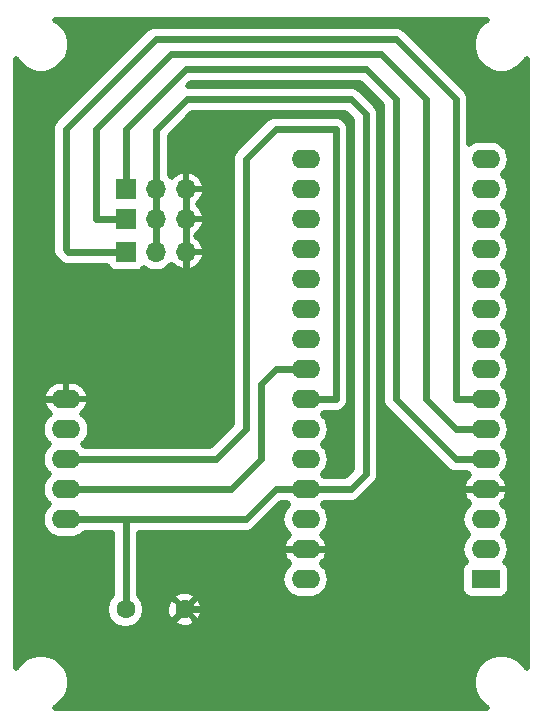
<source format=gbr>
G04 #@! TF.GenerationSoftware,KiCad,Pcbnew,(5.1.2)-2*
G04 #@! TF.CreationDate,2021-05-20T00:09:50+09:00*
G04 #@! TF.ProjectId,PlotClock,506c6f74-436c-46f6-936b-2e6b69636164,1*
G04 #@! TF.SameCoordinates,PX5f5e100PY5f5e100*
G04 #@! TF.FileFunction,Copper,L2,Bot*
G04 #@! TF.FilePolarity,Positive*
%FSLAX46Y46*%
G04 Gerber Fmt 4.6, Leading zero omitted, Abs format (unit mm)*
G04 Created by KiCad (PCBNEW (5.1.2)-2) date 2021-05-20 00:09:50*
%MOMM*%
%LPD*%
G04 APERTURE LIST*
%ADD10O,2.400000X1.600000*%
%ADD11R,2.400000X1.600000*%
%ADD12C,1.600000*%
%ADD13O,1.700000X1.700000*%
%ADD14R,1.700000X1.700000*%
%ADD15C,0.600000*%
%ADD16C,0.500000*%
G04 APERTURE END LIST*
D10*
X25400000Y-12700000D03*
X40640000Y-12700000D03*
X25400000Y-48260000D03*
X40640000Y-15240000D03*
X25400000Y-45720000D03*
X40640000Y-17780000D03*
X25400000Y-43180000D03*
X40640000Y-20320000D03*
X25400000Y-40640000D03*
X40640000Y-22860000D03*
X25400000Y-38100000D03*
X40640000Y-25400000D03*
X25400000Y-35560000D03*
X40640000Y-27940000D03*
X25400000Y-33020000D03*
X40640000Y-30480000D03*
X25400000Y-30480000D03*
X40640000Y-33020000D03*
X25400000Y-27940000D03*
X40640000Y-35560000D03*
X25400000Y-25400000D03*
X40640000Y-38100000D03*
X25400000Y-22860000D03*
X40640000Y-40640000D03*
X25400000Y-20320000D03*
X40640000Y-43180000D03*
X25400000Y-17780000D03*
X40640000Y-45720000D03*
X25400000Y-15240000D03*
D11*
X40640000Y-48260000D03*
D12*
X15160000Y-50800000D03*
X10160000Y-50800000D03*
D10*
X5120000Y-43180000D03*
X5120000Y-40640000D03*
X5120000Y-38100000D03*
X5120000Y-35560000D03*
X5120000Y-33020000D03*
D13*
X15295000Y-15240000D03*
X12755000Y-15240000D03*
D14*
X10215000Y-15240000D03*
D13*
X15295000Y-17780000D03*
X12755000Y-17780000D03*
D14*
X10215000Y-17780000D03*
D13*
X15295000Y-20560000D03*
X12755000Y-20560000D03*
D14*
X10215000Y-20560000D03*
D15*
X25400000Y-45720000D02*
X30480000Y-45720000D01*
X30480000Y-45720000D02*
X35560000Y-40640000D01*
X35560000Y-40640000D02*
X40640000Y-40640000D01*
X15160000Y-50800000D02*
X17780000Y-50800000D01*
X17780000Y-50800000D02*
X22860000Y-45720000D01*
X22860000Y-45720000D02*
X25400000Y-45720000D01*
X12620000Y-53340000D02*
X15160000Y-50800000D01*
X7620000Y-53340000D02*
X12620000Y-53340000D01*
X15295000Y-25345000D02*
X12700000Y-27940000D01*
X15295000Y-15240000D02*
X15295000Y-25345000D01*
X12700000Y-27940000D02*
X5080000Y-27940000D01*
X5080000Y-27940000D02*
X2540000Y-30480000D01*
X2540000Y-48260000D02*
X7620000Y-53340000D01*
X2540000Y-33020000D02*
X5120000Y-33020000D01*
X2540000Y-30480000D02*
X2540000Y-33020000D01*
X2540000Y-33020000D02*
X2540000Y-48260000D01*
X22860000Y-30480000D02*
X25400000Y-30480000D01*
X21590000Y-31750000D02*
X22860000Y-30480000D01*
X21590000Y-38100000D02*
X21590000Y-31750000D01*
X5120000Y-40640000D02*
X19050000Y-40640000D01*
X19050000Y-40640000D02*
X21590000Y-38100000D01*
X15810000Y-38100000D02*
X5120000Y-38100000D01*
X17780000Y-38100000D02*
X15810000Y-38100000D01*
X27940000Y-33020000D02*
X27940000Y-10160000D01*
X27940000Y-10160000D02*
X22860000Y-10160000D01*
X22860000Y-10160000D02*
X20320000Y-12700000D01*
X20320000Y-12700000D02*
X20320000Y-35560000D01*
X25400000Y-33020000D02*
X27940000Y-33020000D01*
X20320000Y-35560000D02*
X17780000Y-38100000D01*
X22860000Y-40640000D02*
X25400000Y-40640000D01*
X12755000Y-15240000D02*
X12755000Y-17780000D01*
X12755000Y-17780000D02*
X12755000Y-20560000D01*
X12755000Y-15240000D02*
X12755000Y-10215000D01*
X12755000Y-10215000D02*
X15350000Y-7620000D01*
X15350000Y-7620000D02*
X29210000Y-7620000D01*
X29210000Y-7620000D02*
X30480000Y-8890000D01*
X30480000Y-8890000D02*
X30480000Y-39370000D01*
X29210000Y-40640000D02*
X25400000Y-40640000D01*
X30480000Y-39370000D02*
X29210000Y-40640000D01*
X22860000Y-40640000D02*
X20320000Y-43180000D01*
X20320000Y-43180000D02*
X5080000Y-43180000D01*
X10160000Y-50800000D02*
X10160000Y-43180000D01*
X38100000Y-38100000D02*
X40640000Y-38100000D01*
X33020000Y-33020000D02*
X38100000Y-38100000D01*
X10215000Y-15240000D02*
X10215000Y-10215000D01*
X10160000Y-10160000D02*
X15240000Y-5080000D01*
X10215000Y-10215000D02*
X10160000Y-10160000D01*
X15240000Y-5080000D02*
X30480000Y-5080000D01*
X30480000Y-5080000D02*
X33020000Y-7620000D01*
X33020000Y-7620000D02*
X33020000Y-33020000D01*
X38100000Y-35560000D02*
X40640000Y-35560000D01*
X35560000Y-33020000D02*
X38100000Y-35560000D01*
X7620000Y-17780000D02*
X7620000Y-10160000D01*
X10215000Y-17780000D02*
X7620000Y-17780000D01*
X13970000Y-3810000D02*
X31750000Y-3810000D01*
X31750000Y-3810000D02*
X35560000Y-7620000D01*
X7620000Y-10160000D02*
X13970000Y-3810000D01*
X35560000Y-7620000D02*
X35560000Y-33020000D01*
X5320000Y-20560000D02*
X10215000Y-20560000D01*
X5080000Y-10160000D02*
X5080000Y-20320000D01*
X5080000Y-20320000D02*
X5320000Y-20560000D01*
X40640000Y-33020000D02*
X38100000Y-33020000D01*
X35560000Y-5080000D02*
X33020000Y-2540000D01*
X33020000Y-2540000D02*
X12700000Y-2540000D01*
X12700000Y-2540000D02*
X5080000Y-10160000D01*
X35560000Y-5080000D02*
X38100000Y-7620000D01*
X38100000Y-7620000D02*
X38100000Y-33020000D01*
D16*
G36*
X40438216Y-1096960D02*
G01*
X40096960Y-1438216D01*
X39828838Y-1839490D01*
X39644152Y-2285361D01*
X39550000Y-2758696D01*
X39550000Y-3241304D01*
X39644152Y-3714639D01*
X39828838Y-4160510D01*
X40096960Y-4561784D01*
X40438216Y-4903040D01*
X40839490Y-5171162D01*
X41285361Y-5355848D01*
X41758696Y-5450000D01*
X42241304Y-5450000D01*
X42714639Y-5355848D01*
X43160510Y-5171162D01*
X43561784Y-4903040D01*
X43903040Y-4561784D01*
X44125001Y-4229595D01*
X44125000Y-55770404D01*
X43903040Y-55438216D01*
X43561784Y-55096960D01*
X43160510Y-54828838D01*
X42714639Y-54644152D01*
X42241304Y-54550000D01*
X41758696Y-54550000D01*
X41285361Y-54644152D01*
X40839490Y-54828838D01*
X40438216Y-55096960D01*
X40096960Y-55438216D01*
X39828838Y-55839490D01*
X39644152Y-56285361D01*
X39550000Y-56758696D01*
X39550000Y-57241304D01*
X39644152Y-57714639D01*
X39828838Y-58160510D01*
X40096960Y-58561784D01*
X40438216Y-58903040D01*
X40770404Y-59125000D01*
X4229596Y-59125000D01*
X4561784Y-58903040D01*
X4903040Y-58561784D01*
X5171162Y-58160510D01*
X5355848Y-57714639D01*
X5450000Y-57241304D01*
X5450000Y-56758696D01*
X5355848Y-56285361D01*
X5171162Y-55839490D01*
X4903040Y-55438216D01*
X4561784Y-55096960D01*
X4160510Y-54828838D01*
X3714639Y-54644152D01*
X3241304Y-54550000D01*
X2758696Y-54550000D01*
X2285361Y-54644152D01*
X1839490Y-54828838D01*
X1438216Y-55096960D01*
X1096960Y-55438216D01*
X875000Y-55770404D01*
X875000Y-35560000D01*
X3062017Y-35560000D01*
X3093875Y-35883456D01*
X3188223Y-36194483D01*
X3341438Y-36481126D01*
X3547629Y-36732371D01*
X3666591Y-36830000D01*
X3547629Y-36927629D01*
X3341438Y-37178874D01*
X3188223Y-37465517D01*
X3093875Y-37776544D01*
X3062017Y-38100000D01*
X3093875Y-38423456D01*
X3188223Y-38734483D01*
X3341438Y-39021126D01*
X3547629Y-39272371D01*
X3666591Y-39370000D01*
X3547629Y-39467629D01*
X3341438Y-39718874D01*
X3188223Y-40005517D01*
X3093875Y-40316544D01*
X3062017Y-40640000D01*
X3093875Y-40963456D01*
X3188223Y-41274483D01*
X3341438Y-41561126D01*
X3547629Y-41812371D01*
X3666591Y-41910000D01*
X3547629Y-42007629D01*
X3341438Y-42258874D01*
X3188223Y-42545517D01*
X3093875Y-42856544D01*
X3062017Y-43180000D01*
X3093875Y-43503456D01*
X3188223Y-43814483D01*
X3341438Y-44101126D01*
X3547629Y-44352371D01*
X3798874Y-44558562D01*
X4085517Y-44711777D01*
X4396544Y-44806125D01*
X4638948Y-44830000D01*
X5601052Y-44830000D01*
X5843456Y-44806125D01*
X6154483Y-44711777D01*
X6441126Y-44558562D01*
X6692371Y-44352371D01*
X6710730Y-44330000D01*
X9010001Y-44330000D01*
X9010000Y-49616547D01*
X8878361Y-49748186D01*
X8697789Y-50018432D01*
X8573408Y-50318713D01*
X8510000Y-50637489D01*
X8510000Y-50962511D01*
X8573408Y-51281287D01*
X8697789Y-51581568D01*
X8878361Y-51851814D01*
X9108186Y-52081639D01*
X9378432Y-52262211D01*
X9678713Y-52386592D01*
X9997489Y-52450000D01*
X10322511Y-52450000D01*
X10641287Y-52386592D01*
X10941568Y-52262211D01*
X11211814Y-52081639D01*
X11441639Y-51851814D01*
X11492409Y-51775830D01*
X14189827Y-51775830D01*
X14243039Y-52068894D01*
X14508207Y-52223402D01*
X14798423Y-52323211D01*
X15102534Y-52364483D01*
X15408854Y-52345633D01*
X15705611Y-52267385D01*
X15981399Y-52132746D01*
X16076961Y-52068894D01*
X16130173Y-51775830D01*
X15160000Y-50805657D01*
X14189827Y-51775830D01*
X11492409Y-51775830D01*
X11622211Y-51581568D01*
X11746592Y-51281287D01*
X11810000Y-50962511D01*
X11810000Y-50742534D01*
X13595517Y-50742534D01*
X13614367Y-51048854D01*
X13692615Y-51345611D01*
X13827254Y-51621399D01*
X13891106Y-51716961D01*
X14184170Y-51770173D01*
X15154343Y-50800000D01*
X15165657Y-50800000D01*
X16135830Y-51770173D01*
X16428894Y-51716961D01*
X16583402Y-51451793D01*
X16683211Y-51161577D01*
X16724483Y-50857466D01*
X16705633Y-50551146D01*
X16627385Y-50254389D01*
X16492746Y-49978601D01*
X16428894Y-49883039D01*
X16135830Y-49829827D01*
X15165657Y-50800000D01*
X15154343Y-50800000D01*
X14184170Y-49829827D01*
X13891106Y-49883039D01*
X13736598Y-50148207D01*
X13636789Y-50438423D01*
X13595517Y-50742534D01*
X11810000Y-50742534D01*
X11810000Y-50637489D01*
X11746592Y-50318713D01*
X11622211Y-50018432D01*
X11492410Y-49824170D01*
X14189827Y-49824170D01*
X15160000Y-50794343D01*
X16130173Y-49824170D01*
X16076961Y-49531106D01*
X15811793Y-49376598D01*
X15521577Y-49276789D01*
X15217466Y-49235517D01*
X14911146Y-49254367D01*
X14614389Y-49332615D01*
X14338601Y-49467254D01*
X14243039Y-49531106D01*
X14189827Y-49824170D01*
X11492410Y-49824170D01*
X11441639Y-49748186D01*
X11310000Y-49616547D01*
X11310000Y-48260000D01*
X23342017Y-48260000D01*
X23373875Y-48583456D01*
X23468223Y-48894483D01*
X23621438Y-49181126D01*
X23827629Y-49432371D01*
X24078874Y-49638562D01*
X24365517Y-49791777D01*
X24676544Y-49886125D01*
X24918948Y-49910000D01*
X25881052Y-49910000D01*
X26123456Y-49886125D01*
X26434483Y-49791777D01*
X26721126Y-49638562D01*
X26972371Y-49432371D01*
X27178562Y-49181126D01*
X27331777Y-48894483D01*
X27426125Y-48583456D01*
X27457983Y-48260000D01*
X27426125Y-47936544D01*
X27331777Y-47625517D01*
X27178562Y-47338874D01*
X26972371Y-47087629D01*
X26775017Y-46925665D01*
X26904500Y-46818844D01*
X27097651Y-46582253D01*
X27240934Y-46312526D01*
X27328843Y-46020029D01*
X27338188Y-45967675D01*
X27168494Y-45724000D01*
X25404000Y-45724000D01*
X25404000Y-45744000D01*
X25396000Y-45744000D01*
X25396000Y-45724000D01*
X23631506Y-45724000D01*
X23461812Y-45967675D01*
X23471157Y-46020029D01*
X23559066Y-46312526D01*
X23702349Y-46582253D01*
X23895500Y-46818844D01*
X24024983Y-46925665D01*
X23827629Y-47087629D01*
X23621438Y-47338874D01*
X23468223Y-47625517D01*
X23373875Y-47936544D01*
X23342017Y-48260000D01*
X11310000Y-48260000D01*
X11310000Y-44330000D01*
X20263518Y-44330000D01*
X20320000Y-44335563D01*
X20376482Y-44330000D01*
X20376492Y-44330000D01*
X20545439Y-44313360D01*
X20762215Y-44247602D01*
X20961997Y-44140816D01*
X21137107Y-43997107D01*
X21173124Y-43953220D01*
X23336346Y-41790000D01*
X23809270Y-41790000D01*
X23827629Y-41812371D01*
X23946591Y-41910000D01*
X23827629Y-42007629D01*
X23621438Y-42258874D01*
X23468223Y-42545517D01*
X23373875Y-42856544D01*
X23342017Y-43180000D01*
X23373875Y-43503456D01*
X23468223Y-43814483D01*
X23621438Y-44101126D01*
X23827629Y-44352371D01*
X24024983Y-44514335D01*
X23895500Y-44621156D01*
X23702349Y-44857747D01*
X23559066Y-45127474D01*
X23471157Y-45419971D01*
X23461812Y-45472325D01*
X23631506Y-45716000D01*
X25396000Y-45716000D01*
X25396000Y-45696000D01*
X25404000Y-45696000D01*
X25404000Y-45716000D01*
X27168494Y-45716000D01*
X27338188Y-45472325D01*
X27328843Y-45419971D01*
X27240934Y-45127474D01*
X27097651Y-44857747D01*
X26904500Y-44621156D01*
X26775017Y-44514335D01*
X26972371Y-44352371D01*
X27178562Y-44101126D01*
X27331777Y-43814483D01*
X27426125Y-43503456D01*
X27457983Y-43180000D01*
X38582017Y-43180000D01*
X38613875Y-43503456D01*
X38708223Y-43814483D01*
X38861438Y-44101126D01*
X39067629Y-44352371D01*
X39186591Y-44450000D01*
X39067629Y-44547629D01*
X38861438Y-44798874D01*
X38708223Y-45085517D01*
X38613875Y-45396544D01*
X38582017Y-45720000D01*
X38613875Y-46043456D01*
X38708223Y-46354483D01*
X38861438Y-46641126D01*
X38956619Y-46757105D01*
X38836052Y-46856052D01*
X38729832Y-46985481D01*
X38650903Y-47133145D01*
X38602300Y-47293371D01*
X38585888Y-47460000D01*
X38585888Y-49060000D01*
X38602300Y-49226629D01*
X38650903Y-49386855D01*
X38729832Y-49534519D01*
X38836052Y-49663948D01*
X38965481Y-49770168D01*
X39113145Y-49849097D01*
X39273371Y-49897700D01*
X39440000Y-49914112D01*
X41840000Y-49914112D01*
X42006629Y-49897700D01*
X42166855Y-49849097D01*
X42314519Y-49770168D01*
X42443948Y-49663948D01*
X42550168Y-49534519D01*
X42629097Y-49386855D01*
X42677700Y-49226629D01*
X42694112Y-49060000D01*
X42694112Y-47460000D01*
X42677700Y-47293371D01*
X42629097Y-47133145D01*
X42550168Y-46985481D01*
X42443948Y-46856052D01*
X42323381Y-46757105D01*
X42418562Y-46641126D01*
X42571777Y-46354483D01*
X42666125Y-46043456D01*
X42697983Y-45720000D01*
X42666125Y-45396544D01*
X42571777Y-45085517D01*
X42418562Y-44798874D01*
X42212371Y-44547629D01*
X42093409Y-44450000D01*
X42212371Y-44352371D01*
X42418562Y-44101126D01*
X42571777Y-43814483D01*
X42666125Y-43503456D01*
X42697983Y-43180000D01*
X42666125Y-42856544D01*
X42571777Y-42545517D01*
X42418562Y-42258874D01*
X42212371Y-42007629D01*
X42015017Y-41845665D01*
X42144500Y-41738844D01*
X42337651Y-41502253D01*
X42480934Y-41232526D01*
X42568843Y-40940029D01*
X42578188Y-40887675D01*
X42408494Y-40644000D01*
X40644000Y-40644000D01*
X40644000Y-40664000D01*
X40636000Y-40664000D01*
X40636000Y-40644000D01*
X38871506Y-40644000D01*
X38701812Y-40887675D01*
X38711157Y-40940029D01*
X38799066Y-41232526D01*
X38942349Y-41502253D01*
X39135500Y-41738844D01*
X39264983Y-41845665D01*
X39067629Y-42007629D01*
X38861438Y-42258874D01*
X38708223Y-42545517D01*
X38613875Y-42856544D01*
X38582017Y-43180000D01*
X27457983Y-43180000D01*
X27426125Y-42856544D01*
X27331777Y-42545517D01*
X27178562Y-42258874D01*
X26972371Y-42007629D01*
X26853409Y-41910000D01*
X26972371Y-41812371D01*
X26990730Y-41790000D01*
X29153518Y-41790000D01*
X29210000Y-41795563D01*
X29266482Y-41790000D01*
X29266492Y-41790000D01*
X29435439Y-41773360D01*
X29652215Y-41707602D01*
X29851997Y-41600816D01*
X30027107Y-41457107D01*
X30063124Y-41413220D01*
X31253230Y-40223116D01*
X31297107Y-40187107D01*
X31440816Y-40011997D01*
X31547602Y-39812215D01*
X31613360Y-39595439D01*
X31630000Y-39426492D01*
X31630000Y-39426483D01*
X31635563Y-39370001D01*
X31630000Y-39313519D01*
X31630000Y-8946481D01*
X31635563Y-8889999D01*
X31630000Y-8833517D01*
X31630000Y-8833508D01*
X31613360Y-8664561D01*
X31547602Y-8447785D01*
X31440816Y-8248003D01*
X31297107Y-8072893D01*
X31253231Y-8036885D01*
X30063124Y-6846780D01*
X30027107Y-6802893D01*
X29851997Y-6659184D01*
X29652215Y-6552398D01*
X29435439Y-6486640D01*
X29266492Y-6470000D01*
X29266482Y-6470000D01*
X29210000Y-6464437D01*
X29153518Y-6470000D01*
X15476345Y-6470000D01*
X15716345Y-6230000D01*
X30003656Y-6230000D01*
X31870000Y-8096346D01*
X31870001Y-32963508D01*
X31864437Y-33020000D01*
X31870001Y-33076491D01*
X31870001Y-33076492D01*
X31886641Y-33245439D01*
X31952399Y-33462215D01*
X32059185Y-33661997D01*
X32202894Y-33837107D01*
X32246776Y-33873120D01*
X37246880Y-38873225D01*
X37282893Y-38917107D01*
X37326773Y-38953118D01*
X37458002Y-39060816D01*
X37497635Y-39082000D01*
X37657785Y-39167602D01*
X37808802Y-39213412D01*
X37874560Y-39233360D01*
X37894164Y-39235291D01*
X38043508Y-39250000D01*
X38043516Y-39250000D01*
X38100000Y-39255563D01*
X38156484Y-39250000D01*
X39049270Y-39250000D01*
X39067629Y-39272371D01*
X39264983Y-39434335D01*
X39135500Y-39541156D01*
X38942349Y-39777747D01*
X38799066Y-40047474D01*
X38711157Y-40339971D01*
X38701812Y-40392325D01*
X38871506Y-40636000D01*
X40636000Y-40636000D01*
X40636000Y-40616000D01*
X40644000Y-40616000D01*
X40644000Y-40636000D01*
X42408494Y-40636000D01*
X42578188Y-40392325D01*
X42568843Y-40339971D01*
X42480934Y-40047474D01*
X42337651Y-39777747D01*
X42144500Y-39541156D01*
X42015017Y-39434335D01*
X42212371Y-39272371D01*
X42418562Y-39021126D01*
X42571777Y-38734483D01*
X42666125Y-38423456D01*
X42697983Y-38100000D01*
X42666125Y-37776544D01*
X42571777Y-37465517D01*
X42418562Y-37178874D01*
X42212371Y-36927629D01*
X42093409Y-36830000D01*
X42212371Y-36732371D01*
X42418562Y-36481126D01*
X42571777Y-36194483D01*
X42666125Y-35883456D01*
X42697983Y-35560000D01*
X42666125Y-35236544D01*
X42571777Y-34925517D01*
X42418562Y-34638874D01*
X42212371Y-34387629D01*
X42093409Y-34290000D01*
X42212371Y-34192371D01*
X42418562Y-33941126D01*
X42571777Y-33654483D01*
X42666125Y-33343456D01*
X42697983Y-33020000D01*
X42666125Y-32696544D01*
X42571777Y-32385517D01*
X42418562Y-32098874D01*
X42212371Y-31847629D01*
X42093409Y-31750000D01*
X42212371Y-31652371D01*
X42418562Y-31401126D01*
X42571777Y-31114483D01*
X42666125Y-30803456D01*
X42697983Y-30480000D01*
X42666125Y-30156544D01*
X42571777Y-29845517D01*
X42418562Y-29558874D01*
X42212371Y-29307629D01*
X42093409Y-29210000D01*
X42212371Y-29112371D01*
X42418562Y-28861126D01*
X42571777Y-28574483D01*
X42666125Y-28263456D01*
X42697983Y-27940000D01*
X42666125Y-27616544D01*
X42571777Y-27305517D01*
X42418562Y-27018874D01*
X42212371Y-26767629D01*
X42093409Y-26670000D01*
X42212371Y-26572371D01*
X42418562Y-26321126D01*
X42571777Y-26034483D01*
X42666125Y-25723456D01*
X42697983Y-25400000D01*
X42666125Y-25076544D01*
X42571777Y-24765517D01*
X42418562Y-24478874D01*
X42212371Y-24227629D01*
X42093409Y-24130000D01*
X42212371Y-24032371D01*
X42418562Y-23781126D01*
X42571777Y-23494483D01*
X42666125Y-23183456D01*
X42697983Y-22860000D01*
X42666125Y-22536544D01*
X42571777Y-22225517D01*
X42418562Y-21938874D01*
X42212371Y-21687629D01*
X42093409Y-21590000D01*
X42212371Y-21492371D01*
X42418562Y-21241126D01*
X42571777Y-20954483D01*
X42666125Y-20643456D01*
X42697983Y-20320000D01*
X42666125Y-19996544D01*
X42571777Y-19685517D01*
X42418562Y-19398874D01*
X42212371Y-19147629D01*
X42093409Y-19050000D01*
X42212371Y-18952371D01*
X42418562Y-18701126D01*
X42571777Y-18414483D01*
X42666125Y-18103456D01*
X42697983Y-17780000D01*
X42666125Y-17456544D01*
X42571777Y-17145517D01*
X42418562Y-16858874D01*
X42212371Y-16607629D01*
X42093409Y-16510000D01*
X42212371Y-16412371D01*
X42418562Y-16161126D01*
X42571777Y-15874483D01*
X42666125Y-15563456D01*
X42697983Y-15240000D01*
X42666125Y-14916544D01*
X42571777Y-14605517D01*
X42418562Y-14318874D01*
X42212371Y-14067629D01*
X42093409Y-13970000D01*
X42212371Y-13872371D01*
X42418562Y-13621126D01*
X42571777Y-13334483D01*
X42666125Y-13023456D01*
X42697983Y-12700000D01*
X42666125Y-12376544D01*
X42571777Y-12065517D01*
X42418562Y-11778874D01*
X42212371Y-11527629D01*
X41961126Y-11321438D01*
X41674483Y-11168223D01*
X41363456Y-11073875D01*
X41121052Y-11050000D01*
X40158948Y-11050000D01*
X39916544Y-11073875D01*
X39605517Y-11168223D01*
X39318874Y-11321438D01*
X39250000Y-11377961D01*
X39250000Y-7676481D01*
X39255563Y-7619999D01*
X39250000Y-7563517D01*
X39250000Y-7563508D01*
X39233360Y-7394561D01*
X39167602Y-7177785D01*
X39060816Y-6978003D01*
X39030183Y-6940676D01*
X38953118Y-6846772D01*
X38953115Y-6846769D01*
X38917107Y-6802893D01*
X38873231Y-6766885D01*
X36413127Y-4306783D01*
X36413118Y-4306772D01*
X33873124Y-1766780D01*
X33837107Y-1722893D01*
X33661997Y-1579184D01*
X33462215Y-1472398D01*
X33245439Y-1406640D01*
X33076492Y-1390000D01*
X33076482Y-1390000D01*
X33020000Y-1384437D01*
X32963518Y-1390000D01*
X12756481Y-1390000D01*
X12699999Y-1384437D01*
X12643517Y-1390000D01*
X12643508Y-1390000D01*
X12474561Y-1406640D01*
X12257785Y-1472398D01*
X12058003Y-1579184D01*
X12058001Y-1579185D01*
X12058002Y-1579185D01*
X11926772Y-1686882D01*
X11926769Y-1686885D01*
X11882893Y-1722893D01*
X11846884Y-1766770D01*
X4306781Y-9306875D01*
X4262893Y-9342893D01*
X4119184Y-9518004D01*
X4012398Y-9717786D01*
X3946640Y-9934562D01*
X3930000Y-10103509D01*
X3930000Y-10103518D01*
X3924437Y-10160000D01*
X3930000Y-10216482D01*
X3930001Y-20263508D01*
X3924437Y-20320000D01*
X3930001Y-20376492D01*
X3946641Y-20545439D01*
X4012399Y-20762215D01*
X4119185Y-20961997D01*
X4262894Y-21137107D01*
X4306775Y-21173119D01*
X4466879Y-21333224D01*
X4502893Y-21377107D01*
X4678003Y-21520816D01*
X4877785Y-21627602D01*
X5094561Y-21693360D01*
X5263508Y-21710000D01*
X5263517Y-21710000D01*
X5319999Y-21715563D01*
X5376481Y-21710000D01*
X8567757Y-21710000D01*
X8575903Y-21736855D01*
X8654832Y-21884519D01*
X8761052Y-22013948D01*
X8890481Y-22120168D01*
X9038145Y-22199097D01*
X9198371Y-22247700D01*
X9365000Y-22264112D01*
X11065000Y-22264112D01*
X11231629Y-22247700D01*
X11391855Y-22199097D01*
X11539519Y-22120168D01*
X11668948Y-22013948D01*
X11740572Y-21926674D01*
X11805961Y-21980337D01*
X12101291Y-22138194D01*
X12421742Y-22235402D01*
X12671490Y-22260000D01*
X12838510Y-22260000D01*
X13088258Y-22235402D01*
X13408709Y-22138194D01*
X13704039Y-21980337D01*
X13962897Y-21767897D01*
X14087618Y-21615924D01*
X14116929Y-21654446D01*
X14353081Y-21863247D01*
X14625431Y-22021965D01*
X14923512Y-22124500D01*
X15039503Y-22147572D01*
X15291000Y-21978494D01*
X15291000Y-20564000D01*
X15299000Y-20564000D01*
X15299000Y-21978494D01*
X15550497Y-22147572D01*
X15666488Y-22124500D01*
X15964569Y-22021965D01*
X16236919Y-21863247D01*
X16473071Y-21654446D01*
X16663950Y-21403586D01*
X16802222Y-21120308D01*
X16882572Y-20815497D01*
X16713495Y-20564000D01*
X15299000Y-20564000D01*
X15291000Y-20564000D01*
X15271000Y-20564000D01*
X15271000Y-20556000D01*
X15291000Y-20556000D01*
X15291000Y-17784000D01*
X15299000Y-17784000D01*
X15299000Y-20556000D01*
X16713495Y-20556000D01*
X16882572Y-20304503D01*
X16802222Y-19999692D01*
X16663950Y-19716414D01*
X16473071Y-19465554D01*
X16236919Y-19256753D01*
X16088056Y-19170000D01*
X16236919Y-19083247D01*
X16473071Y-18874446D01*
X16663950Y-18623586D01*
X16802222Y-18340308D01*
X16882572Y-18035497D01*
X16713495Y-17784000D01*
X15299000Y-17784000D01*
X15291000Y-17784000D01*
X15271000Y-17784000D01*
X15271000Y-17776000D01*
X15291000Y-17776000D01*
X15291000Y-15244000D01*
X15299000Y-15244000D01*
X15299000Y-17776000D01*
X16713495Y-17776000D01*
X16882572Y-17524503D01*
X16802222Y-17219692D01*
X16663950Y-16936414D01*
X16473071Y-16685554D01*
X16274521Y-16510000D01*
X16473071Y-16334446D01*
X16663950Y-16083586D01*
X16802222Y-15800308D01*
X16882572Y-15495497D01*
X16713495Y-15244000D01*
X15299000Y-15244000D01*
X15291000Y-15244000D01*
X15271000Y-15244000D01*
X15271000Y-15236000D01*
X15291000Y-15236000D01*
X15291000Y-13821506D01*
X15299000Y-13821506D01*
X15299000Y-15236000D01*
X16713495Y-15236000D01*
X16882572Y-14984503D01*
X16802222Y-14679692D01*
X16663950Y-14396414D01*
X16473071Y-14145554D01*
X16236919Y-13936753D01*
X15964569Y-13778035D01*
X15666488Y-13675500D01*
X15550497Y-13652428D01*
X15299000Y-13821506D01*
X15291000Y-13821506D01*
X15039503Y-13652428D01*
X14923512Y-13675500D01*
X14625431Y-13778035D01*
X14353081Y-13936753D01*
X14116929Y-14145554D01*
X14087618Y-14184076D01*
X13962897Y-14032103D01*
X13905000Y-13984588D01*
X13905000Y-10691344D01*
X15826346Y-8770000D01*
X28733655Y-8770000D01*
X29330000Y-9366345D01*
X29330001Y-38893654D01*
X28733655Y-39490000D01*
X26990730Y-39490000D01*
X26972371Y-39467629D01*
X26853409Y-39370000D01*
X26972371Y-39272371D01*
X27178562Y-39021126D01*
X27331777Y-38734483D01*
X27426125Y-38423456D01*
X27457983Y-38100000D01*
X27426125Y-37776544D01*
X27331777Y-37465517D01*
X27178562Y-37178874D01*
X26972371Y-36927629D01*
X26853409Y-36830000D01*
X26972371Y-36732371D01*
X27178562Y-36481126D01*
X27331777Y-36194483D01*
X27426125Y-35883456D01*
X27457983Y-35560000D01*
X27426125Y-35236544D01*
X27331777Y-34925517D01*
X27178562Y-34638874D01*
X26972371Y-34387629D01*
X26853409Y-34290000D01*
X26972371Y-34192371D01*
X26990730Y-34170000D01*
X27883508Y-34170000D01*
X27940000Y-34175564D01*
X27996491Y-34170000D01*
X27996492Y-34170000D01*
X28165439Y-34153360D01*
X28382215Y-34087602D01*
X28581997Y-33980816D01*
X28757107Y-33837107D01*
X28900816Y-33661997D01*
X29007602Y-33462215D01*
X29073360Y-33245439D01*
X29095564Y-33020000D01*
X29090000Y-32963508D01*
X29090000Y-10216492D01*
X29095564Y-10160000D01*
X29073360Y-9934561D01*
X29007602Y-9717785D01*
X28900816Y-9518003D01*
X28757107Y-9342893D01*
X28581997Y-9199184D01*
X28382215Y-9092398D01*
X28165439Y-9026640D01*
X27996492Y-9010000D01*
X27940000Y-9004436D01*
X27883509Y-9010000D01*
X22916481Y-9010000D01*
X22859999Y-9004437D01*
X22803517Y-9010000D01*
X22803508Y-9010000D01*
X22634561Y-9026640D01*
X22417785Y-9092398D01*
X22218003Y-9199184D01*
X22218001Y-9199185D01*
X22218002Y-9199185D01*
X22086772Y-9306882D01*
X22086769Y-9306885D01*
X22042893Y-9342893D01*
X22006884Y-9386770D01*
X19546780Y-11846876D01*
X19502893Y-11882893D01*
X19359184Y-12058004D01*
X19252398Y-12257786D01*
X19186640Y-12474562D01*
X19170000Y-12643509D01*
X19170000Y-12643518D01*
X19164437Y-12700000D01*
X19170000Y-12756482D01*
X19170001Y-35083653D01*
X17303656Y-36950000D01*
X6710730Y-36950000D01*
X6692371Y-36927629D01*
X6573409Y-36830000D01*
X6692371Y-36732371D01*
X6898562Y-36481126D01*
X7051777Y-36194483D01*
X7146125Y-35883456D01*
X7177983Y-35560000D01*
X7146125Y-35236544D01*
X7051777Y-34925517D01*
X6898562Y-34638874D01*
X6692371Y-34387629D01*
X6495017Y-34225665D01*
X6624500Y-34118844D01*
X6817651Y-33882253D01*
X6960934Y-33612526D01*
X7048843Y-33320029D01*
X7058188Y-33267675D01*
X6888494Y-33024000D01*
X5124000Y-33024000D01*
X5124000Y-33044000D01*
X5116000Y-33044000D01*
X5116000Y-33024000D01*
X3351506Y-33024000D01*
X3181812Y-33267675D01*
X3191157Y-33320029D01*
X3279066Y-33612526D01*
X3422349Y-33882253D01*
X3615500Y-34118844D01*
X3744983Y-34225665D01*
X3547629Y-34387629D01*
X3341438Y-34638874D01*
X3188223Y-34925517D01*
X3093875Y-35236544D01*
X3062017Y-35560000D01*
X875000Y-35560000D01*
X875000Y-32772325D01*
X3181812Y-32772325D01*
X3351506Y-33016000D01*
X5116000Y-33016000D01*
X5116000Y-31462000D01*
X5124000Y-31462000D01*
X5124000Y-33016000D01*
X6888494Y-33016000D01*
X7058188Y-32772325D01*
X7048843Y-32719971D01*
X6960934Y-32427474D01*
X6817651Y-32157747D01*
X6624500Y-31921156D01*
X6388904Y-31726793D01*
X6119916Y-31582127D01*
X5827874Y-31492717D01*
X5524000Y-31462000D01*
X5124000Y-31462000D01*
X5116000Y-31462000D01*
X4716000Y-31462000D01*
X4412126Y-31492717D01*
X4120084Y-31582127D01*
X3851096Y-31726793D01*
X3615500Y-31921156D01*
X3422349Y-32157747D01*
X3279066Y-32427474D01*
X3191157Y-32719971D01*
X3181812Y-32772325D01*
X875000Y-32772325D01*
X875000Y-4229596D01*
X1096960Y-4561784D01*
X1438216Y-4903040D01*
X1839490Y-5171162D01*
X2285361Y-5355848D01*
X2758696Y-5450000D01*
X3241304Y-5450000D01*
X3714639Y-5355848D01*
X4160510Y-5171162D01*
X4561784Y-4903040D01*
X4903040Y-4561784D01*
X5171162Y-4160510D01*
X5355848Y-3714639D01*
X5450000Y-3241304D01*
X5450000Y-2758696D01*
X5355848Y-2285361D01*
X5171162Y-1839490D01*
X4903040Y-1438216D01*
X4561784Y-1096960D01*
X4229596Y-875000D01*
X40770404Y-875000D01*
X40438216Y-1096960D01*
X40438216Y-1096960D01*
G37*
X40438216Y-1096960D02*
X40096960Y-1438216D01*
X39828838Y-1839490D01*
X39644152Y-2285361D01*
X39550000Y-2758696D01*
X39550000Y-3241304D01*
X39644152Y-3714639D01*
X39828838Y-4160510D01*
X40096960Y-4561784D01*
X40438216Y-4903040D01*
X40839490Y-5171162D01*
X41285361Y-5355848D01*
X41758696Y-5450000D01*
X42241304Y-5450000D01*
X42714639Y-5355848D01*
X43160510Y-5171162D01*
X43561784Y-4903040D01*
X43903040Y-4561784D01*
X44125001Y-4229595D01*
X44125000Y-55770404D01*
X43903040Y-55438216D01*
X43561784Y-55096960D01*
X43160510Y-54828838D01*
X42714639Y-54644152D01*
X42241304Y-54550000D01*
X41758696Y-54550000D01*
X41285361Y-54644152D01*
X40839490Y-54828838D01*
X40438216Y-55096960D01*
X40096960Y-55438216D01*
X39828838Y-55839490D01*
X39644152Y-56285361D01*
X39550000Y-56758696D01*
X39550000Y-57241304D01*
X39644152Y-57714639D01*
X39828838Y-58160510D01*
X40096960Y-58561784D01*
X40438216Y-58903040D01*
X40770404Y-59125000D01*
X4229596Y-59125000D01*
X4561784Y-58903040D01*
X4903040Y-58561784D01*
X5171162Y-58160510D01*
X5355848Y-57714639D01*
X5450000Y-57241304D01*
X5450000Y-56758696D01*
X5355848Y-56285361D01*
X5171162Y-55839490D01*
X4903040Y-55438216D01*
X4561784Y-55096960D01*
X4160510Y-54828838D01*
X3714639Y-54644152D01*
X3241304Y-54550000D01*
X2758696Y-54550000D01*
X2285361Y-54644152D01*
X1839490Y-54828838D01*
X1438216Y-55096960D01*
X1096960Y-55438216D01*
X875000Y-55770404D01*
X875000Y-35560000D01*
X3062017Y-35560000D01*
X3093875Y-35883456D01*
X3188223Y-36194483D01*
X3341438Y-36481126D01*
X3547629Y-36732371D01*
X3666591Y-36830000D01*
X3547629Y-36927629D01*
X3341438Y-37178874D01*
X3188223Y-37465517D01*
X3093875Y-37776544D01*
X3062017Y-38100000D01*
X3093875Y-38423456D01*
X3188223Y-38734483D01*
X3341438Y-39021126D01*
X3547629Y-39272371D01*
X3666591Y-39370000D01*
X3547629Y-39467629D01*
X3341438Y-39718874D01*
X3188223Y-40005517D01*
X3093875Y-40316544D01*
X3062017Y-40640000D01*
X3093875Y-40963456D01*
X3188223Y-41274483D01*
X3341438Y-41561126D01*
X3547629Y-41812371D01*
X3666591Y-41910000D01*
X3547629Y-42007629D01*
X3341438Y-42258874D01*
X3188223Y-42545517D01*
X3093875Y-42856544D01*
X3062017Y-43180000D01*
X3093875Y-43503456D01*
X3188223Y-43814483D01*
X3341438Y-44101126D01*
X3547629Y-44352371D01*
X3798874Y-44558562D01*
X4085517Y-44711777D01*
X4396544Y-44806125D01*
X4638948Y-44830000D01*
X5601052Y-44830000D01*
X5843456Y-44806125D01*
X6154483Y-44711777D01*
X6441126Y-44558562D01*
X6692371Y-44352371D01*
X6710730Y-44330000D01*
X9010001Y-44330000D01*
X9010000Y-49616547D01*
X8878361Y-49748186D01*
X8697789Y-50018432D01*
X8573408Y-50318713D01*
X8510000Y-50637489D01*
X8510000Y-50962511D01*
X8573408Y-51281287D01*
X8697789Y-51581568D01*
X8878361Y-51851814D01*
X9108186Y-52081639D01*
X9378432Y-52262211D01*
X9678713Y-52386592D01*
X9997489Y-52450000D01*
X10322511Y-52450000D01*
X10641287Y-52386592D01*
X10941568Y-52262211D01*
X11211814Y-52081639D01*
X11441639Y-51851814D01*
X11492409Y-51775830D01*
X14189827Y-51775830D01*
X14243039Y-52068894D01*
X14508207Y-52223402D01*
X14798423Y-52323211D01*
X15102534Y-52364483D01*
X15408854Y-52345633D01*
X15705611Y-52267385D01*
X15981399Y-52132746D01*
X16076961Y-52068894D01*
X16130173Y-51775830D01*
X15160000Y-50805657D01*
X14189827Y-51775830D01*
X11492409Y-51775830D01*
X11622211Y-51581568D01*
X11746592Y-51281287D01*
X11810000Y-50962511D01*
X11810000Y-50742534D01*
X13595517Y-50742534D01*
X13614367Y-51048854D01*
X13692615Y-51345611D01*
X13827254Y-51621399D01*
X13891106Y-51716961D01*
X14184170Y-51770173D01*
X15154343Y-50800000D01*
X15165657Y-50800000D01*
X16135830Y-51770173D01*
X16428894Y-51716961D01*
X16583402Y-51451793D01*
X16683211Y-51161577D01*
X16724483Y-50857466D01*
X16705633Y-50551146D01*
X16627385Y-50254389D01*
X16492746Y-49978601D01*
X16428894Y-49883039D01*
X16135830Y-49829827D01*
X15165657Y-50800000D01*
X15154343Y-50800000D01*
X14184170Y-49829827D01*
X13891106Y-49883039D01*
X13736598Y-50148207D01*
X13636789Y-50438423D01*
X13595517Y-50742534D01*
X11810000Y-50742534D01*
X11810000Y-50637489D01*
X11746592Y-50318713D01*
X11622211Y-50018432D01*
X11492410Y-49824170D01*
X14189827Y-49824170D01*
X15160000Y-50794343D01*
X16130173Y-49824170D01*
X16076961Y-49531106D01*
X15811793Y-49376598D01*
X15521577Y-49276789D01*
X15217466Y-49235517D01*
X14911146Y-49254367D01*
X14614389Y-49332615D01*
X14338601Y-49467254D01*
X14243039Y-49531106D01*
X14189827Y-49824170D01*
X11492410Y-49824170D01*
X11441639Y-49748186D01*
X11310000Y-49616547D01*
X11310000Y-48260000D01*
X23342017Y-48260000D01*
X23373875Y-48583456D01*
X23468223Y-48894483D01*
X23621438Y-49181126D01*
X23827629Y-49432371D01*
X24078874Y-49638562D01*
X24365517Y-49791777D01*
X24676544Y-49886125D01*
X24918948Y-49910000D01*
X25881052Y-49910000D01*
X26123456Y-49886125D01*
X26434483Y-49791777D01*
X26721126Y-49638562D01*
X26972371Y-49432371D01*
X27178562Y-49181126D01*
X27331777Y-48894483D01*
X27426125Y-48583456D01*
X27457983Y-48260000D01*
X27426125Y-47936544D01*
X27331777Y-47625517D01*
X27178562Y-47338874D01*
X26972371Y-47087629D01*
X26775017Y-46925665D01*
X26904500Y-46818844D01*
X27097651Y-46582253D01*
X27240934Y-46312526D01*
X27328843Y-46020029D01*
X27338188Y-45967675D01*
X27168494Y-45724000D01*
X25404000Y-45724000D01*
X25404000Y-45744000D01*
X25396000Y-45744000D01*
X25396000Y-45724000D01*
X23631506Y-45724000D01*
X23461812Y-45967675D01*
X23471157Y-46020029D01*
X23559066Y-46312526D01*
X23702349Y-46582253D01*
X23895500Y-46818844D01*
X24024983Y-46925665D01*
X23827629Y-47087629D01*
X23621438Y-47338874D01*
X23468223Y-47625517D01*
X23373875Y-47936544D01*
X23342017Y-48260000D01*
X11310000Y-48260000D01*
X11310000Y-44330000D01*
X20263518Y-44330000D01*
X20320000Y-44335563D01*
X20376482Y-44330000D01*
X20376492Y-44330000D01*
X20545439Y-44313360D01*
X20762215Y-44247602D01*
X20961997Y-44140816D01*
X21137107Y-43997107D01*
X21173124Y-43953220D01*
X23336346Y-41790000D01*
X23809270Y-41790000D01*
X23827629Y-41812371D01*
X23946591Y-41910000D01*
X23827629Y-42007629D01*
X23621438Y-42258874D01*
X23468223Y-42545517D01*
X23373875Y-42856544D01*
X23342017Y-43180000D01*
X23373875Y-43503456D01*
X23468223Y-43814483D01*
X23621438Y-44101126D01*
X23827629Y-44352371D01*
X24024983Y-44514335D01*
X23895500Y-44621156D01*
X23702349Y-44857747D01*
X23559066Y-45127474D01*
X23471157Y-45419971D01*
X23461812Y-45472325D01*
X23631506Y-45716000D01*
X25396000Y-45716000D01*
X25396000Y-45696000D01*
X25404000Y-45696000D01*
X25404000Y-45716000D01*
X27168494Y-45716000D01*
X27338188Y-45472325D01*
X27328843Y-45419971D01*
X27240934Y-45127474D01*
X27097651Y-44857747D01*
X26904500Y-44621156D01*
X26775017Y-44514335D01*
X26972371Y-44352371D01*
X27178562Y-44101126D01*
X27331777Y-43814483D01*
X27426125Y-43503456D01*
X27457983Y-43180000D01*
X38582017Y-43180000D01*
X38613875Y-43503456D01*
X38708223Y-43814483D01*
X38861438Y-44101126D01*
X39067629Y-44352371D01*
X39186591Y-44450000D01*
X39067629Y-44547629D01*
X38861438Y-44798874D01*
X38708223Y-45085517D01*
X38613875Y-45396544D01*
X38582017Y-45720000D01*
X38613875Y-46043456D01*
X38708223Y-46354483D01*
X38861438Y-46641126D01*
X38956619Y-46757105D01*
X38836052Y-46856052D01*
X38729832Y-46985481D01*
X38650903Y-47133145D01*
X38602300Y-47293371D01*
X38585888Y-47460000D01*
X38585888Y-49060000D01*
X38602300Y-49226629D01*
X38650903Y-49386855D01*
X38729832Y-49534519D01*
X38836052Y-49663948D01*
X38965481Y-49770168D01*
X39113145Y-49849097D01*
X39273371Y-49897700D01*
X39440000Y-49914112D01*
X41840000Y-49914112D01*
X42006629Y-49897700D01*
X42166855Y-49849097D01*
X42314519Y-49770168D01*
X42443948Y-49663948D01*
X42550168Y-49534519D01*
X42629097Y-49386855D01*
X42677700Y-49226629D01*
X42694112Y-49060000D01*
X42694112Y-47460000D01*
X42677700Y-47293371D01*
X42629097Y-47133145D01*
X42550168Y-46985481D01*
X42443948Y-46856052D01*
X42323381Y-46757105D01*
X42418562Y-46641126D01*
X42571777Y-46354483D01*
X42666125Y-46043456D01*
X42697983Y-45720000D01*
X42666125Y-45396544D01*
X42571777Y-45085517D01*
X42418562Y-44798874D01*
X42212371Y-44547629D01*
X42093409Y-44450000D01*
X42212371Y-44352371D01*
X42418562Y-44101126D01*
X42571777Y-43814483D01*
X42666125Y-43503456D01*
X42697983Y-43180000D01*
X42666125Y-42856544D01*
X42571777Y-42545517D01*
X42418562Y-42258874D01*
X42212371Y-42007629D01*
X42015017Y-41845665D01*
X42144500Y-41738844D01*
X42337651Y-41502253D01*
X42480934Y-41232526D01*
X42568843Y-40940029D01*
X42578188Y-40887675D01*
X42408494Y-40644000D01*
X40644000Y-40644000D01*
X40644000Y-40664000D01*
X40636000Y-40664000D01*
X40636000Y-40644000D01*
X38871506Y-40644000D01*
X38701812Y-40887675D01*
X38711157Y-40940029D01*
X38799066Y-41232526D01*
X38942349Y-41502253D01*
X39135500Y-41738844D01*
X39264983Y-41845665D01*
X39067629Y-42007629D01*
X38861438Y-42258874D01*
X38708223Y-42545517D01*
X38613875Y-42856544D01*
X38582017Y-43180000D01*
X27457983Y-43180000D01*
X27426125Y-42856544D01*
X27331777Y-42545517D01*
X27178562Y-42258874D01*
X26972371Y-42007629D01*
X26853409Y-41910000D01*
X26972371Y-41812371D01*
X26990730Y-41790000D01*
X29153518Y-41790000D01*
X29210000Y-41795563D01*
X29266482Y-41790000D01*
X29266492Y-41790000D01*
X29435439Y-41773360D01*
X29652215Y-41707602D01*
X29851997Y-41600816D01*
X30027107Y-41457107D01*
X30063124Y-41413220D01*
X31253230Y-40223116D01*
X31297107Y-40187107D01*
X31440816Y-40011997D01*
X31547602Y-39812215D01*
X31613360Y-39595439D01*
X31630000Y-39426492D01*
X31630000Y-39426483D01*
X31635563Y-39370001D01*
X31630000Y-39313519D01*
X31630000Y-8946481D01*
X31635563Y-8889999D01*
X31630000Y-8833517D01*
X31630000Y-8833508D01*
X31613360Y-8664561D01*
X31547602Y-8447785D01*
X31440816Y-8248003D01*
X31297107Y-8072893D01*
X31253231Y-8036885D01*
X30063124Y-6846780D01*
X30027107Y-6802893D01*
X29851997Y-6659184D01*
X29652215Y-6552398D01*
X29435439Y-6486640D01*
X29266492Y-6470000D01*
X29266482Y-6470000D01*
X29210000Y-6464437D01*
X29153518Y-6470000D01*
X15476345Y-6470000D01*
X15716345Y-6230000D01*
X30003656Y-6230000D01*
X31870000Y-8096346D01*
X31870001Y-32963508D01*
X31864437Y-33020000D01*
X31870001Y-33076491D01*
X31870001Y-33076492D01*
X31886641Y-33245439D01*
X31952399Y-33462215D01*
X32059185Y-33661997D01*
X32202894Y-33837107D01*
X32246776Y-33873120D01*
X37246880Y-38873225D01*
X37282893Y-38917107D01*
X37326773Y-38953118D01*
X37458002Y-39060816D01*
X37497635Y-39082000D01*
X37657785Y-39167602D01*
X37808802Y-39213412D01*
X37874560Y-39233360D01*
X37894164Y-39235291D01*
X38043508Y-39250000D01*
X38043516Y-39250000D01*
X38100000Y-39255563D01*
X38156484Y-39250000D01*
X39049270Y-39250000D01*
X39067629Y-39272371D01*
X39264983Y-39434335D01*
X39135500Y-39541156D01*
X38942349Y-39777747D01*
X38799066Y-40047474D01*
X38711157Y-40339971D01*
X38701812Y-40392325D01*
X38871506Y-40636000D01*
X40636000Y-40636000D01*
X40636000Y-40616000D01*
X40644000Y-40616000D01*
X40644000Y-40636000D01*
X42408494Y-40636000D01*
X42578188Y-40392325D01*
X42568843Y-40339971D01*
X42480934Y-40047474D01*
X42337651Y-39777747D01*
X42144500Y-39541156D01*
X42015017Y-39434335D01*
X42212371Y-39272371D01*
X42418562Y-39021126D01*
X42571777Y-38734483D01*
X42666125Y-38423456D01*
X42697983Y-38100000D01*
X42666125Y-37776544D01*
X42571777Y-37465517D01*
X42418562Y-37178874D01*
X42212371Y-36927629D01*
X42093409Y-36830000D01*
X42212371Y-36732371D01*
X42418562Y-36481126D01*
X42571777Y-36194483D01*
X42666125Y-35883456D01*
X42697983Y-35560000D01*
X42666125Y-35236544D01*
X42571777Y-34925517D01*
X42418562Y-34638874D01*
X42212371Y-34387629D01*
X42093409Y-34290000D01*
X42212371Y-34192371D01*
X42418562Y-33941126D01*
X42571777Y-33654483D01*
X42666125Y-33343456D01*
X42697983Y-33020000D01*
X42666125Y-32696544D01*
X42571777Y-32385517D01*
X42418562Y-32098874D01*
X42212371Y-31847629D01*
X42093409Y-31750000D01*
X42212371Y-31652371D01*
X42418562Y-31401126D01*
X42571777Y-31114483D01*
X42666125Y-30803456D01*
X42697983Y-30480000D01*
X42666125Y-30156544D01*
X42571777Y-29845517D01*
X42418562Y-29558874D01*
X42212371Y-29307629D01*
X42093409Y-29210000D01*
X42212371Y-29112371D01*
X42418562Y-28861126D01*
X42571777Y-28574483D01*
X42666125Y-28263456D01*
X42697983Y-27940000D01*
X42666125Y-27616544D01*
X42571777Y-27305517D01*
X42418562Y-27018874D01*
X42212371Y-26767629D01*
X42093409Y-26670000D01*
X42212371Y-26572371D01*
X42418562Y-26321126D01*
X42571777Y-26034483D01*
X42666125Y-25723456D01*
X42697983Y-25400000D01*
X42666125Y-25076544D01*
X42571777Y-24765517D01*
X42418562Y-24478874D01*
X42212371Y-24227629D01*
X42093409Y-24130000D01*
X42212371Y-24032371D01*
X42418562Y-23781126D01*
X42571777Y-23494483D01*
X42666125Y-23183456D01*
X42697983Y-22860000D01*
X42666125Y-22536544D01*
X42571777Y-22225517D01*
X42418562Y-21938874D01*
X42212371Y-21687629D01*
X42093409Y-21590000D01*
X42212371Y-21492371D01*
X42418562Y-21241126D01*
X42571777Y-20954483D01*
X42666125Y-20643456D01*
X42697983Y-20320000D01*
X42666125Y-19996544D01*
X42571777Y-19685517D01*
X42418562Y-19398874D01*
X42212371Y-19147629D01*
X42093409Y-19050000D01*
X42212371Y-18952371D01*
X42418562Y-18701126D01*
X42571777Y-18414483D01*
X42666125Y-18103456D01*
X42697983Y-17780000D01*
X42666125Y-17456544D01*
X42571777Y-17145517D01*
X42418562Y-16858874D01*
X42212371Y-16607629D01*
X42093409Y-16510000D01*
X42212371Y-16412371D01*
X42418562Y-16161126D01*
X42571777Y-15874483D01*
X42666125Y-15563456D01*
X42697983Y-15240000D01*
X42666125Y-14916544D01*
X42571777Y-14605517D01*
X42418562Y-14318874D01*
X42212371Y-14067629D01*
X42093409Y-13970000D01*
X42212371Y-13872371D01*
X42418562Y-13621126D01*
X42571777Y-13334483D01*
X42666125Y-13023456D01*
X42697983Y-12700000D01*
X42666125Y-12376544D01*
X42571777Y-12065517D01*
X42418562Y-11778874D01*
X42212371Y-11527629D01*
X41961126Y-11321438D01*
X41674483Y-11168223D01*
X41363456Y-11073875D01*
X41121052Y-11050000D01*
X40158948Y-11050000D01*
X39916544Y-11073875D01*
X39605517Y-11168223D01*
X39318874Y-11321438D01*
X39250000Y-11377961D01*
X39250000Y-7676481D01*
X39255563Y-7619999D01*
X39250000Y-7563517D01*
X39250000Y-7563508D01*
X39233360Y-7394561D01*
X39167602Y-7177785D01*
X39060816Y-6978003D01*
X39030183Y-6940676D01*
X38953118Y-6846772D01*
X38953115Y-6846769D01*
X38917107Y-6802893D01*
X38873231Y-6766885D01*
X36413127Y-4306783D01*
X36413118Y-4306772D01*
X33873124Y-1766780D01*
X33837107Y-1722893D01*
X33661997Y-1579184D01*
X33462215Y-1472398D01*
X33245439Y-1406640D01*
X33076492Y-1390000D01*
X33076482Y-1390000D01*
X33020000Y-1384437D01*
X32963518Y-1390000D01*
X12756481Y-1390000D01*
X12699999Y-1384437D01*
X12643517Y-1390000D01*
X12643508Y-1390000D01*
X12474561Y-1406640D01*
X12257785Y-1472398D01*
X12058003Y-1579184D01*
X12058001Y-1579185D01*
X12058002Y-1579185D01*
X11926772Y-1686882D01*
X11926769Y-1686885D01*
X11882893Y-1722893D01*
X11846884Y-1766770D01*
X4306781Y-9306875D01*
X4262893Y-9342893D01*
X4119184Y-9518004D01*
X4012398Y-9717786D01*
X3946640Y-9934562D01*
X3930000Y-10103509D01*
X3930000Y-10103518D01*
X3924437Y-10160000D01*
X3930000Y-10216482D01*
X3930001Y-20263508D01*
X3924437Y-20320000D01*
X3930001Y-20376492D01*
X3946641Y-20545439D01*
X4012399Y-20762215D01*
X4119185Y-20961997D01*
X4262894Y-21137107D01*
X4306775Y-21173119D01*
X4466879Y-21333224D01*
X4502893Y-21377107D01*
X4678003Y-21520816D01*
X4877785Y-21627602D01*
X5094561Y-21693360D01*
X5263508Y-21710000D01*
X5263517Y-21710000D01*
X5319999Y-21715563D01*
X5376481Y-21710000D01*
X8567757Y-21710000D01*
X8575903Y-21736855D01*
X8654832Y-21884519D01*
X8761052Y-22013948D01*
X8890481Y-22120168D01*
X9038145Y-22199097D01*
X9198371Y-22247700D01*
X9365000Y-22264112D01*
X11065000Y-22264112D01*
X11231629Y-22247700D01*
X11391855Y-22199097D01*
X11539519Y-22120168D01*
X11668948Y-22013948D01*
X11740572Y-21926674D01*
X11805961Y-21980337D01*
X12101291Y-22138194D01*
X12421742Y-22235402D01*
X12671490Y-22260000D01*
X12838510Y-22260000D01*
X13088258Y-22235402D01*
X13408709Y-22138194D01*
X13704039Y-21980337D01*
X13962897Y-21767897D01*
X14087618Y-21615924D01*
X14116929Y-21654446D01*
X14353081Y-21863247D01*
X14625431Y-22021965D01*
X14923512Y-22124500D01*
X15039503Y-22147572D01*
X15291000Y-21978494D01*
X15291000Y-20564000D01*
X15299000Y-20564000D01*
X15299000Y-21978494D01*
X15550497Y-22147572D01*
X15666488Y-22124500D01*
X15964569Y-22021965D01*
X16236919Y-21863247D01*
X16473071Y-21654446D01*
X16663950Y-21403586D01*
X16802222Y-21120308D01*
X16882572Y-20815497D01*
X16713495Y-20564000D01*
X15299000Y-20564000D01*
X15291000Y-20564000D01*
X15271000Y-20564000D01*
X15271000Y-20556000D01*
X15291000Y-20556000D01*
X15291000Y-17784000D01*
X15299000Y-17784000D01*
X15299000Y-20556000D01*
X16713495Y-20556000D01*
X16882572Y-20304503D01*
X16802222Y-19999692D01*
X16663950Y-19716414D01*
X16473071Y-19465554D01*
X16236919Y-19256753D01*
X16088056Y-19170000D01*
X16236919Y-19083247D01*
X16473071Y-18874446D01*
X16663950Y-18623586D01*
X16802222Y-18340308D01*
X16882572Y-18035497D01*
X16713495Y-17784000D01*
X15299000Y-17784000D01*
X15291000Y-17784000D01*
X15271000Y-17784000D01*
X15271000Y-17776000D01*
X15291000Y-17776000D01*
X15291000Y-15244000D01*
X15299000Y-15244000D01*
X15299000Y-17776000D01*
X16713495Y-17776000D01*
X16882572Y-17524503D01*
X16802222Y-17219692D01*
X16663950Y-16936414D01*
X16473071Y-16685554D01*
X16274521Y-16510000D01*
X16473071Y-16334446D01*
X16663950Y-16083586D01*
X16802222Y-15800308D01*
X16882572Y-15495497D01*
X16713495Y-15244000D01*
X15299000Y-15244000D01*
X15291000Y-15244000D01*
X15271000Y-15244000D01*
X15271000Y-15236000D01*
X15291000Y-15236000D01*
X15291000Y-13821506D01*
X15299000Y-13821506D01*
X15299000Y-15236000D01*
X16713495Y-15236000D01*
X16882572Y-14984503D01*
X16802222Y-14679692D01*
X16663950Y-14396414D01*
X16473071Y-14145554D01*
X16236919Y-13936753D01*
X15964569Y-13778035D01*
X15666488Y-13675500D01*
X15550497Y-13652428D01*
X15299000Y-13821506D01*
X15291000Y-13821506D01*
X15039503Y-13652428D01*
X14923512Y-13675500D01*
X14625431Y-13778035D01*
X14353081Y-13936753D01*
X14116929Y-14145554D01*
X14087618Y-14184076D01*
X13962897Y-14032103D01*
X13905000Y-13984588D01*
X13905000Y-10691344D01*
X15826346Y-8770000D01*
X28733655Y-8770000D01*
X29330000Y-9366345D01*
X29330001Y-38893654D01*
X28733655Y-39490000D01*
X26990730Y-39490000D01*
X26972371Y-39467629D01*
X26853409Y-39370000D01*
X26972371Y-39272371D01*
X27178562Y-39021126D01*
X27331777Y-38734483D01*
X27426125Y-38423456D01*
X27457983Y-38100000D01*
X27426125Y-37776544D01*
X27331777Y-37465517D01*
X27178562Y-37178874D01*
X26972371Y-36927629D01*
X26853409Y-36830000D01*
X26972371Y-36732371D01*
X27178562Y-36481126D01*
X27331777Y-36194483D01*
X27426125Y-35883456D01*
X27457983Y-35560000D01*
X27426125Y-35236544D01*
X27331777Y-34925517D01*
X27178562Y-34638874D01*
X26972371Y-34387629D01*
X26853409Y-34290000D01*
X26972371Y-34192371D01*
X26990730Y-34170000D01*
X27883508Y-34170000D01*
X27940000Y-34175564D01*
X27996491Y-34170000D01*
X27996492Y-34170000D01*
X28165439Y-34153360D01*
X28382215Y-34087602D01*
X28581997Y-33980816D01*
X28757107Y-33837107D01*
X28900816Y-33661997D01*
X29007602Y-33462215D01*
X29073360Y-33245439D01*
X29095564Y-33020000D01*
X29090000Y-32963508D01*
X29090000Y-10216492D01*
X29095564Y-10160000D01*
X29073360Y-9934561D01*
X29007602Y-9717785D01*
X28900816Y-9518003D01*
X28757107Y-9342893D01*
X28581997Y-9199184D01*
X28382215Y-9092398D01*
X28165439Y-9026640D01*
X27996492Y-9010000D01*
X27940000Y-9004436D01*
X27883509Y-9010000D01*
X22916481Y-9010000D01*
X22859999Y-9004437D01*
X22803517Y-9010000D01*
X22803508Y-9010000D01*
X22634561Y-9026640D01*
X22417785Y-9092398D01*
X22218003Y-9199184D01*
X22218001Y-9199185D01*
X22218002Y-9199185D01*
X22086772Y-9306882D01*
X22086769Y-9306885D01*
X22042893Y-9342893D01*
X22006884Y-9386770D01*
X19546780Y-11846876D01*
X19502893Y-11882893D01*
X19359184Y-12058004D01*
X19252398Y-12257786D01*
X19186640Y-12474562D01*
X19170000Y-12643509D01*
X19170000Y-12643518D01*
X19164437Y-12700000D01*
X19170000Y-12756482D01*
X19170001Y-35083653D01*
X17303656Y-36950000D01*
X6710730Y-36950000D01*
X6692371Y-36927629D01*
X6573409Y-36830000D01*
X6692371Y-36732371D01*
X6898562Y-36481126D01*
X7051777Y-36194483D01*
X7146125Y-35883456D01*
X7177983Y-35560000D01*
X7146125Y-35236544D01*
X7051777Y-34925517D01*
X6898562Y-34638874D01*
X6692371Y-34387629D01*
X6495017Y-34225665D01*
X6624500Y-34118844D01*
X6817651Y-33882253D01*
X6960934Y-33612526D01*
X7048843Y-33320029D01*
X7058188Y-33267675D01*
X6888494Y-33024000D01*
X5124000Y-33024000D01*
X5124000Y-33044000D01*
X5116000Y-33044000D01*
X5116000Y-33024000D01*
X3351506Y-33024000D01*
X3181812Y-33267675D01*
X3191157Y-33320029D01*
X3279066Y-33612526D01*
X3422349Y-33882253D01*
X3615500Y-34118844D01*
X3744983Y-34225665D01*
X3547629Y-34387629D01*
X3341438Y-34638874D01*
X3188223Y-34925517D01*
X3093875Y-35236544D01*
X3062017Y-35560000D01*
X875000Y-35560000D01*
X875000Y-32772325D01*
X3181812Y-32772325D01*
X3351506Y-33016000D01*
X5116000Y-33016000D01*
X5116000Y-31462000D01*
X5124000Y-31462000D01*
X5124000Y-33016000D01*
X6888494Y-33016000D01*
X7058188Y-32772325D01*
X7048843Y-32719971D01*
X6960934Y-32427474D01*
X6817651Y-32157747D01*
X6624500Y-31921156D01*
X6388904Y-31726793D01*
X6119916Y-31582127D01*
X5827874Y-31492717D01*
X5524000Y-31462000D01*
X5124000Y-31462000D01*
X5116000Y-31462000D01*
X4716000Y-31462000D01*
X4412126Y-31492717D01*
X4120084Y-31582127D01*
X3851096Y-31726793D01*
X3615500Y-31921156D01*
X3422349Y-32157747D01*
X3279066Y-32427474D01*
X3191157Y-32719971D01*
X3181812Y-32772325D01*
X875000Y-32772325D01*
X875000Y-4229596D01*
X1096960Y-4561784D01*
X1438216Y-4903040D01*
X1839490Y-5171162D01*
X2285361Y-5355848D01*
X2758696Y-5450000D01*
X3241304Y-5450000D01*
X3714639Y-5355848D01*
X4160510Y-5171162D01*
X4561784Y-4903040D01*
X4903040Y-4561784D01*
X5171162Y-4160510D01*
X5355848Y-3714639D01*
X5450000Y-3241304D01*
X5450000Y-2758696D01*
X5355848Y-2285361D01*
X5171162Y-1839490D01*
X4903040Y-1438216D01*
X4561784Y-1096960D01*
X4229596Y-875000D01*
X40770404Y-875000D01*
X40438216Y-1096960D01*
M02*

</source>
